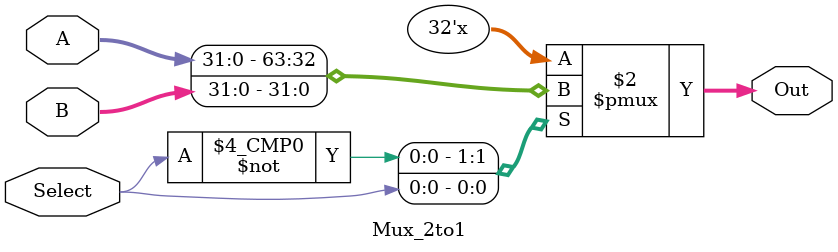
<source format=v>
module Mux_2to1 (A, B , Select, Out);
	input [31:0] A;              
   input [31:0] B;
	input  Select;
	output reg [31:0] Out;
	
parameter In_0 = 1'b0;
parameter In_1 = 1'b1;
always @(*)
begin
	case(Select)
	In_0:
			Out = A;
	In_1: 
			Out = B;
			
	endcase
end
endmodule

</source>
